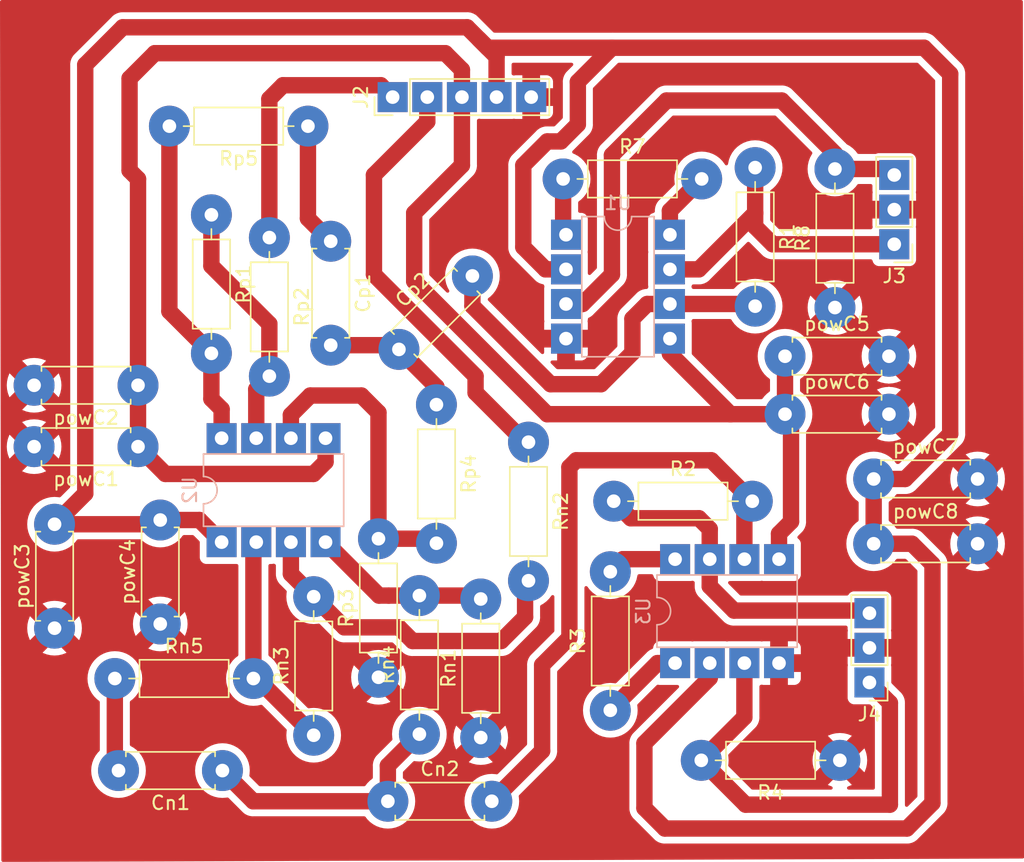
<source format=kicad_pcb>
(kicad_pcb (version 20221018) (generator pcbnew)
  (title_block (title "Double Howland") (company "Kleppinger Industries"))
  (layers (0 "F.Cu" signal) (31 "B.Cu" signal) (34 "B.Paste" user) (35 "F.Paste" user) (36 "B.SilkS" user "B.Silkscreen") (37 "F.SilkS" user "F.Silkscreen") (38 "B.Mask" user) (39 "F.Mask" user) (44 "Edge.Cuts" user))
  (net 0 "")
  (net 1 "Net-(Cn1-Pad1)")
  (net 2 "Net-(Cn1-Pad2)")
  (net 3 "Net-(U3-+IN1)")
  (net 4 "Net-(Cp1-Pad1)")
  (net 5 "Net-(Cp1-Pad2)")
  (net 6 "Net-(U1-+IN1)")
  (net 7 "/-12v")
  (net 8 "GND")
  (net 9 "/+12v")
  (net 10 "/p_inj")
  (net 11 "/n_inj")
  (net 12 "Net-(U3-+Rg)")
  (net 13 "Net-(U3--Rg)")
  (net 14 "/nm")
  (net 15 "Net-(U1-+Rg)")
  (net 16 "Net-(U1--Rg)")
  (net 17 "/pm")
  (net 18 "Net-(U2-+IN2)")
  (net 19 "/nVin")
  (net 20 "Net-(U2--IN2)")
  (net 21 "Net-(U2-Vout2)")
  (net 22 "Net-(U2--IN1)")
  (net 23 "Net-(U2-Vout1)")
  (net 24 "/pVin")
  (net 25 "Net-(U2-+IN1)")
  (footprint "Resistor_THT:R_Axial_DIN0207_L6.3mm_D2.5mm_P7.62mm_Horizontal" (layer "F.Cu") (at 76.54 52.23)
    (fp_text reference "powC8" (at 3.81 -2.37) (layer "F.SilkS"))
    (fp_text value "1n")
    (fp_line (start 0.54 -1.37) (end 7.08 -1.37) (stroke (width 0.12)) (layer "F.SilkS"))
    (fp_line (start 0.54 -1.04) (end 0.54 -1.37) (stroke (width 0.12)) (layer "F.SilkS"))
    (fp_line (start 0.54 1.04) (end 0.54 1.37) (stroke (width 0.12)) (layer "F.SilkS"))
    (fp_line (start 0.54 1.37) (end 7.08 1.37) (stroke (width 0.12)) (layer "F.SilkS"))
    (fp_line (start 7.08 -1.37) (end 7.08 -1.04) (stroke (width 0.12)) (layer "F.SilkS"))
    (fp_line (start 7.08 1.37) (end 7.08 1.04) (stroke (width 0.12)) (layer "F.SilkS"))
    (pad "1" thru_hole circle (at 0 0) (size 3 3) (drill 1) (layers "*.Cu" "*.Mask") (net 9 "/+12v"))
    (pad "2" thru_hole circle (at 7.62 0) (size 3 3) (drill 1) (layers "*.Cu" "*.Mask") (net 8 "GND"))
  )
  (footprint "Resistor_THT:R_Axial_DIN0207_L6.3mm_D2.5mm_P7.62mm_Horizontal" (layer "F.Cu") (at 22.6 45.11 180)
    (fp_text reference "powC1" (at 3.81 -2.37) (layer "F.SilkS"))
    (fp_text value "1u")
    (fp_line (start 0.54 -1.37) (end 7.08 -1.37) (stroke (width 0.12)) (layer "F.SilkS"))
    (fp_line (start 0.54 -1.04) (end 0.54 -1.37) (stroke (width 0.12)) (layer "F.SilkS"))
    (fp_line (start 0.54 1.04) (end 0.54 1.37) (stroke (width 0.12)) (layer "F.SilkS"))
    (fp_line (start 0.54 1.37) (end 7.08 1.37) (stroke (width 0.12)) (layer "F.SilkS"))
    (fp_line (start 7.08 -1.37) (end 7.08 -1.04) (stroke (width 0.12)) (layer "F.SilkS"))
    (fp_line (start 7.08 1.37) (end 7.08 1.04) (stroke (width 0.12)) (layer "F.SilkS"))
    (pad "1" thru_hole circle (at 0 0 180) (size 3 3) (drill 1) (layers "*.Cu" "*.Mask") (net 7 "/-12v"))
    (pad "2" thru_hole circle (at 7.62 0 180) (size 3 3) (drill 1) (layers "*.Cu" "*.Mask") (net 8 "GND"))
  )
  (footprint "Resistor_THT:R_Axial_DIN0207_L6.3mm_D2.5mm_P10.16mm_Horizontal" (layer "F.Cu") (at 51.23 44.78 -90)
    (fp_text reference "Rn2" (at 5.08 -2.37 -270) (layer "F.SilkS"))
    (fp_text value "47k")
    (fp_line (start 1.04 0) (end 1.81 0) (stroke (width 0.12)) (layer "F.SilkS"))
    (fp_line (start 1.81 -1.37) (end 1.81 1.37) (stroke (width 0.12)) (layer "F.SilkS"))
    (fp_line (start 1.81 1.37) (end 8.35 1.37) (stroke (width 0.12)) (layer "F.SilkS"))
    (fp_line (start 8.35 -1.37) (end 1.81 -1.37) (stroke (width 0.12)) (layer "F.SilkS"))
    (fp_line (start 8.35 1.37) (end 8.35 -1.37) (stroke (width 0.12)) (layer "F.SilkS"))
    (fp_line (start 9.12 0) (end 8.35 0) (stroke (width 0.12)) (layer "F.SilkS"))
    (pad "1" thru_hole circle (at 0 0 270) (size 3 3) (drill 1) (layers "*.Cu" "*.Mask") (net 19 "/nVin"))
    (pad "2" thru_hole circle (at 10.16 0 270) (size 3 3) (drill 1) (layers "*.Cu" "*.Mask") (net 20 "Net-(U2--IN2)"))
  )
  (footprint "Resistor_THT:R_Axial_DIN0207_L6.3mm_D2.5mm_P7.62mm_Horizontal" (layer "F.Cu") (at 36.73 30.05 -90)
    (fp_text reference "Cp1" (at 3.81 -2.37 -270) (layer "F.SilkS"))
    (fp_text value "1u")
    (fp_line (start 0.54 -1.37) (end 7.08 -1.37) (stroke (width 0.12)) (layer "F.SilkS"))
    (fp_line (start 0.54 -1.04) (end 0.54 -1.37) (stroke (width 0.12)) (layer "F.SilkS"))
    (fp_line (start 0.54 1.04) (end 0.54 1.37) (stroke (width 0.12)) (layer "F.SilkS"))
    (fp_line (start 0.54 1.37) (end 7.08 1.37) (stroke (width 0.12)) (layer "F.SilkS"))
    (fp_line (start 7.08 -1.37) (end 7.08 -1.04) (stroke (width 0.12)) (layer "F.SilkS"))
    (fp_line (start 7.08 1.37) (end 7.08 1.04) (stroke (width 0.12)) (layer "F.SilkS"))
    (pad "1" thru_hole circle (at 0 0 270) (size 3 3) (drill 1) (layers "*.Cu" "*.Mask") (net 4 "Net-(Cp1-Pad1)"))
    (pad "2" thru_hole circle (at 7.62 0 270) (size 3 3) (drill 1) (layers "*.Cu" "*.Mask") (net 5 "Net-(Cp1-Pad2)"))
  )
  (footprint "Resistor_THT:R_Axial_DIN0207_L6.3mm_D2.5mm_P7.62mm_Horizontal" (layer "F.Cu") (at 40.92 71.11)
    (fp_text reference "Cn2" (at 3.81 -2.37) (layer "F.SilkS"))
    (fp_text value "1u")
    (fp_line (start 0.54 -1.37) (end 7.08 -1.37) (stroke (width 0.12)) (layer "F.SilkS"))
    (fp_line (start 0.54 -1.04) (end 0.54 -1.37) (stroke (width 0.12)) (layer "F.SilkS"))
    (fp_line (start 0.54 1.04) (end 0.54 1.37) (stroke (width 0.12)) (layer "F.SilkS"))
    (fp_line (start 0.54 1.37) (end 7.08 1.37) (stroke (width 0.12)) (layer "F.SilkS"))
    (fp_line (start 7.08 -1.37) (end 7.08 -1.04) (stroke (width 0.12)) (layer "F.SilkS"))
    (fp_line (start 7.08 1.37) (end 7.08 1.04) (stroke (width 0.12)) (layer "F.SilkS"))
    (pad "1" thru_hole circle (at 0 0) (size 3 3) (drill 1) (layers "*.Cu" "*.Mask") (net 1 "Net-(Cn1-Pad1)"))
    (pad "2" thru_hole circle (at 7.62 0) (size 3 3) (drill 1) (layers "*.Cu" "*.Mask") (net 3 "Net-(U3-+IN1)"))
  )
  (footprint "Connector_PinHeader_2.54mm:PinHeader_1x03_P2.54mm_Vertical" (layer "F.Cu") (at 78.05 30.27 180)
    (fp_text reference "J3" (at 0 -2.33) (layer "F.SilkS"))
    (fp_text value "pout")
    (fp_line (start -1.33 -1.33) (end 0 -1.33) (stroke (width 0.12)) (layer "F.SilkS"))
    (fp_line (start -1.33 0) (end -1.33 -1.33) (stroke (width 0.12)) (layer "F.SilkS"))
    (fp_line (start -1.33 1.27) (end -1.33 6.41) (stroke (width 0.12)) (layer "F.SilkS"))
    (fp_line (start -1.33 1.27) (end 1.33 1.27) (stroke (width 0.12)) (layer "F.SilkS"))
    (fp_line (start -1.33 6.41) (end 1.33 6.41) (stroke (width 0.12)) (layer "F.SilkS"))
    (fp_line (start 1.33 1.27) (end 1.33 6.41) (stroke (width 0.12)) (layer "F.SilkS"))
    (pad "1" thru_hole rect (at 0 0 180) (size 2.2 2.2) (drill 1) (layers "*.Cu" "*.Mask") (net 10 "/p_inj"))
    (pad "2" thru_hole rect (at 0 2.54 180) (size 2.2 2.2) (drill 1) (layers "*.Cu" "*.Mask") (net 8 "GND"))
    (pad "3" thru_hole rect (at 0 5.08 180) (size 2.2 2.2) (drill 1) (layers "*.Cu" "*.Mask") (net 17 "/pm"))
  )
  (footprint "Resistor_THT:R_Axial_DIN0207_L6.3mm_D2.5mm_P10.16mm_Horizontal" (layer "F.Cu") (at 44.48 42.03 -90)
    (fp_text reference "Rp4" (at 5.08 -2.37 -270) (layer "F.SilkS"))
    (fp_text value "47k")
    (fp_line (start 1.04 0) (end 1.81 0) (stroke (width 0.12)) (layer "F.SilkS"))
    (fp_line (start 1.81 -1.37) (end 1.81 1.37) (stroke (width 0.12)) (layer "F.SilkS"))
    (fp_line (start 1.81 1.37) (end 8.35 1.37) (stroke (width 0.12)) (layer "F.SilkS"))
    (fp_line (start 8.35 -1.37) (end 1.81 -1.37) (stroke (width 0.12)) (layer "F.SilkS"))
    (fp_line (start 8.35 1.37) (end 8.35 -1.37) (stroke (width 0.12)) (layer "F.SilkS"))
    (fp_line (start 9.12 0) (end 8.35 0) (stroke (width 0.12)) (layer "F.SilkS"))
    (pad "1" thru_hole circle (at 0 0 270) (size 3 3) (drill 1) (layers "*.Cu" "*.Mask") (net 5 "Net-(Cp1-Pad2)"))
    (pad "2" thru_hole circle (at 10.16 0 270) (size 3 3) (drill 1) (layers "*.Cu" "*.Mask") (net 25 "Net-(U2-+IN1)"))
  )
  (footprint "Resistor_THT:R_Axial_DIN0207_L6.3mm_D2.5mm_P7.62mm_Horizontal" (layer "F.Cu") (at 16.48 58.42 90)
    (fp_text reference "powC3" (at 3.81 -2.37 90) (layer "F.SilkS"))
    (fp_text value "1u")
    (fp_line (start 0.54 -1.37) (end 7.08 -1.37) (stroke (width 0.12)) (layer "F.SilkS"))
    (fp_line (start 0.54 -1.04) (end 0.54 -1.37) (stroke (width 0.12)) (layer "F.SilkS"))
    (fp_line (start 0.54 1.04) (end 0.54 1.37) (stroke (width 0.12)) (layer "F.SilkS"))
    (fp_line (start 0.54 1.37) (end 7.08 1.37) (stroke (width 0.12)) (layer "F.SilkS"))
    (fp_line (start 7.08 -1.37) (end 7.08 -1.04) (stroke (width 0.12)) (layer "F.SilkS"))
    (fp_line (start 7.08 1.37) (end 7.08 1.04) (stroke (width 0.12)) (layer "F.SilkS"))
    (pad "1" thru_hole circle (at 0 0 90) (size 3 3) (drill 1) (layers "*.Cu" "*.Mask") (net 8 "GND"))
    (pad "2" thru_hole circle (at 7.62 0 90) (size 3 3) (drill 1) (layers "*.Cu" "*.Mask") (net 9 "/+12v"))
  )
  (footprint "Resistor_THT:R_Axial_DIN0207_L6.3mm_D2.5mm_P10.16mm_Horizontal" (layer "F.Cu") (at 57.23 64.44 90)
    (fp_text reference "R3" (at 5.08 -2.37 90) (layer "F.SilkS"))
    (fp_text value "10k")
    (fp_line (start 1.04 0) (end 1.81 0) (stroke (width 0.12)) (layer "F.SilkS"))
    (fp_line (start 1.81 -1.37) (end 1.81 1.37) (stroke (width 0.12)) (layer "F.SilkS"))
    (fp_line (start 1.81 1.37) (end 8.35 1.37) (stroke (width 0.12)) (layer "F.SilkS"))
    (fp_line (start 8.35 -1.37) (end 1.81 -1.37) (stroke (width 0.12)) (layer "F.SilkS"))
    (fp_line (start 8.35 1.37) (end 8.35 -1.37) (stroke (width 0.12)) (layer "F.SilkS"))
    (fp_line (start 9.12 0) (end 8.35 0) (stroke (width 0.12)) (layer "F.SilkS"))
    (pad "1" thru_hole circle (at 0 0 90) (size 3 3) (drill 1) (layers "*.Cu" "*.Mask") (net 12 "Net-(U3-+Rg)"))
    (pad "2" thru_hole circle (at 10.16 0 90) (size 3 3) (drill 1) (layers "*.Cu" "*.Mask") (net 13 "Net-(U3--Rg)"))
  )
  (footprint "Resistor_THT:R_Axial_DIN0207_L6.3mm_D2.5mm_P10.16mm_Horizontal" (layer "F.Cu") (at 53.77 25.48)
    (fp_text reference "R7" (at 5.08 -2.37) (layer "F.SilkS"))
    (fp_text value "10k")
    (fp_line (start 1.04 0) (end 1.81 0) (stroke (width 0.12)) (layer "F.SilkS"))
    (fp_line (start 1.81 -1.37) (end 1.81 1.37) (stroke (width 0.12)) (layer "F.SilkS"))
    (fp_line (start 1.81 1.37) (end 8.35 1.37) (stroke (width 0.12)) (layer "F.SilkS"))
    (fp_line (start 8.35 -1.37) (end 1.81 -1.37) (stroke (width 0.12)) (layer "F.SilkS"))
    (fp_line (start 8.35 1.37) (end 8.35 -1.37) (stroke (width 0.12)) (layer "F.SilkS"))
    (fp_line (start 9.12 0) (end 8.35 0) (stroke (width 0.12)) (layer "F.SilkS"))
    (pad "1" thru_hole circle (at 0 0) (size 3 3) (drill 1) (layers "*.Cu" "*.Mask") (net 15 "Net-(U1-+Rg)"))
    (pad "2" thru_hole circle (at 10.16 0) (size 3 3) (drill 1) (layers "*.Cu" "*.Mask") (net 16 "Net-(U1--Rg)"))
  )
  (footprint "Connector_PinHeader_2.54mm:PinHeader_1x03_P2.54mm_Vertical" (layer "F.Cu") (at 76.23 62.4 180)
    (fp_text reference "J4" (at 0 -2.33) (layer "F.SilkS"))
    (fp_text value "nout")
    (fp_line (start -1.33 -1.33) (end 0 -1.33) (stroke (width 0.12)) (layer "F.SilkS"))
    (fp_line (start -1.33 0) (end -1.33 -1.33) (stroke (width 0.12)) (layer "F.SilkS"))
    (fp_line (start -1.33 1.27) (end -1.33 6.41) (stroke (width 0.12)) (layer "F.SilkS"))
    (fp_line (start -1.33 1.27) (end 1.33 1.27) (stroke (width 0.12)) (layer "F.SilkS"))
    (fp_line (start -1.33 6.41) (end 1.33 6.41) (stroke (width 0.12)) (layer "F.SilkS"))
    (fp_line (start 1.33 1.27) (end 1.33 6.41) (stroke (width 0.12)) (layer "F.SilkS"))
    (pad "1" thru_hole rect (at 0 0 180) (size 2.2 2.2) (drill 1) (layers "*.Cu" "*.Mask") (net 14 "/nm"))
    (pad "2" thru_hole rect (at 0 2.54 180) (size 2.2 2.2) (drill 1) (layers "*.Cu" "*.Mask") (net 8 "GND"))
    (pad "3" thru_hole rect (at 0 5.08 180) (size 2.2 2.2) (drill 1) (layers "*.Cu" "*.Mask") (net 11 "/n_inj"))
  )
  (footprint "Resistor_THT:R_Axial_DIN0207_L6.3mm_D2.5mm_P7.62mm_Horizontal" (layer "F.Cu") (at 24.23 58.11 90)
    (fp_text reference "powC4" (at 3.81 -2.37 90) (layer "F.SilkS"))
    (fp_text value "1n")
    (fp_line (start 0.54 -1.37) (end 7.08 -1.37) (stroke (width 0.12)) (layer "F.SilkS"))
    (fp_line (start 0.54 -1.04) (end 0.54 -1.37) (stroke (width 0.12)) (layer "F.SilkS"))
    (fp_line (start 0.54 1.04) (end 0.54 1.37) (stroke (width 0.12)) (layer "F.SilkS"))
    (fp_line (start 0.54 1.37) (end 7.08 1.37) (stroke (width 0.12)) (layer "F.SilkS"))
    (fp_line (start 7.08 -1.37) (end 7.08 -1.04) (stroke (width 0.12)) (layer "F.SilkS"))
    (fp_line (start 7.08 1.37) (end 7.08 1.04) (stroke (width 0.12)) (layer "F.SilkS"))
    (pad "1" thru_hole circle (at 0 0 90) (size 3 3) (drill 1) (layers "*.Cu" "*.Mask") (net 8 "GND"))
    (pad "2" thru_hole circle (at 7.62 0 90) (size 3 3) (drill 1) (layers "*.Cu" "*.Mask") (net 9 "/+12v"))
  )
  (footprint "Resistor_THT:R_Axial_DIN0207_L6.3mm_D2.5mm_P10.16mm_Horizontal" (layer "F.Cu") (at 40.23 62.02 90)
    (fp_text reference "Rp3" (at 5.08 -2.37 90) (layer "F.SilkS"))
    (fp_text value "47k")
    (fp_line (start 1.04 0) (end 1.81 0) (stroke (width 0.12)) (layer "F.SilkS"))
    (fp_line (start 1.81 -1.37) (end 1.81 1.37) (stroke (width 0.12)) (layer "F.SilkS"))
    (fp_line (start 1.81 1.37) (end 8.35 1.37) (stroke (width 0.12)) (layer "F.SilkS"))
    (fp_line (start 8.35 -1.37) (end 1.81 -1.37) (stroke (width 0.12)) (layer "F.SilkS"))
    (fp_line (start 8.35 1.37) (end 8.35 -1.37) (stroke (width 0.12)) (layer "F.SilkS"))
    (fp_line (start 9.12 0) (end 8.35 0) (stroke (width 0.12)) (layer "F.SilkS"))
    (pad "1" thru_hole circle (at 0 0 90) (size 3 3) (drill 1) (layers "*.Cu" "*.Mask") (net 8 "GND"))
    (pad "2" thru_hole circle (at 10.16 0 90) (size 3 3) (drill 1) (layers "*.Cu" "*.Mask") (net 25 "Net-(U2-+IN1)"))
  )
  (footprint "Resistor_THT:R_Axial_DIN0207_L6.3mm_D2.5mm_P10.16mm_Horizontal" (layer "F.Cu") (at 43.23 66.19 90)
    (fp_text reference "Rn4" (at 5.08 -2.37 90) (layer "F.SilkS"))
    (fp_text value "47k")
    (fp_line (start 1.04 0) (end 1.81 0) (stroke (width 0.12)) (layer "F.SilkS"))
    (fp_line (start 1.81 -1.37) (end 1.81 1.37) (stroke (width 0.12)) (layer "F.SilkS"))
    (fp_line (start 1.81 1.37) (end 8.35 1.37) (stroke (width 0.12)) (layer "F.SilkS"))
    (fp_line (start 8.35 -1.37) (end 1.81 -1.37) (stroke (width 0.12)) (layer "F.SilkS"))
    (fp_line (start 8.35 1.37) (end 8.35 -1.37) (stroke (width 0.12)) (layer "F.SilkS"))
    (fp_line (start 9.12 0) (end 8.35 0) (stroke (width 0.12)) (layer "F.SilkS"))
    (pad "1" thru_hole circle (at 0 0 90) (size 3 3) (drill 1) (layers "*.Cu" "*.Mask") (net 1 "Net-(Cn1-Pad1)"))
    (pad "2" thru_hole circle (at 10.16 0 90) (size 3 3) (drill 1) (layers "*.Cu" "*.Mask") (net 18 "Net-(U2-+IN2)"))
  )
  (footprint "Resistor_THT:R_Axial_DIN0207_L6.3mm_D2.5mm_P10.16mm_Horizontal" (layer "F.Cu") (at 20.9 62.11)
    (fp_text reference "Rn5" (at 5.08 -2.37) (layer "F.SilkS"))
    (fp_text value "1k")
    (fp_line (start 1.04 0) (end 1.81 0) (stroke (width 0.12)) (layer "F.SilkS"))
    (fp_line (start 1.81 -1.37) (end 1.81 1.37) (stroke (width 0.12)) (layer "F.SilkS"))
    (fp_line (start 1.81 1.37) (end 8.35 1.37) (stroke (width 0.12)) (layer "F.SilkS"))
    (fp_line (start 8.35 -1.37) (end 1.81 -1.37) (stroke (width 0.12)) (layer "F.SilkS"))
    (fp_line (start 8.35 1.37) (end 8.35 -1.37) (stroke (width 0.12)) (layer "F.SilkS"))
    (fp_line (start 9.12 0) (end 8.35 0) (stroke (width 0.12)) (layer "F.SilkS"))
    (pad "1" thru_hole circle (at 0 0) (size 3 3) (drill 1) (layers "*.Cu" "*.Mask") (net 2 "Net-(Cn1-Pad2)"))
    (pad "2" thru_hole circle (at 10.16 0) (size 3 3) (drill 1) (layers "*.Cu" "*.Mask") (net 21 "Net-(U2-Vout2)"))
  )
  (footprint "Connector_PinHeader_2.54mm:PinHeader_1x05_P2.54mm_Vertical" (layer "F.Cu") (at 41.27 19.48 90)
    (fp_text reference "J2" (at 0 -2.33 90) (layer "F.SilkS"))
    (fp_text value "Conn_01x05_Pin")
    (fp_line (start -1.33 -1.33) (end 0 -1.33) (stroke (width 0.12)) (layer "F.SilkS"))
    (fp_line (start -1.33 0) (end -1.33 -1.33) (stroke (width 0.12)) (layer "F.SilkS"))
    (fp_line (start -1.33 1.27) (end -1.33 11.49) (stroke (width 0.12)) (layer "F.SilkS"))
    (fp_line (start -1.33 1.27) (end 1.33 1.27) (stroke (width 0.12)) (layer "F.SilkS"))
    (fp_line (start -1.33 11.49) (end 1.33 11.49) (stroke (width 0.12)) (layer "F.SilkS"))
    (fp_line (start 1.33 1.27) (end 1.33 11.49) (stroke (width 0.12)) (layer "F.SilkS"))
    (pad "1" thru_hole rect (at 0 0 90) (size 2.2 2.2) (drill 1) (layers "*.Cu" "*.Mask") (net 24 "/pVin"))
    (pad "2" thru_hole rect (at 0 2.54 90) (size 2.2 2.2) (drill 1) (layers "*.Cu" "*.Mask") (net 19 "/nVin"))
    (pad "3" thru_hole rect (at 0 5.08 90) (size 2.2 2.2) (drill 1) (layers "*.Cu" "*.Mask") (net 7 "/-12v"))
    (pad "4" thru_hole rect (at 0 7.62 90) (size 2.2 2.2) (drill 1) (layers "*.Cu" "*.Mask") (net 9 "/+12v"))
    (pad "5" thru_hole rect (at 0 10.16 90) (size 2.2 2.2) (drill 1) (layers "*.Cu" "*.Mask") (net 8 "GND"))
  )
  (footprint "Resistor_THT:R_Axial_DIN0207_L6.3mm_D2.5mm_P7.62mm_Horizontal" (layer "F.Cu") (at 22.6 40.61 180)
    (fp_text reference "powC2" (at 3.81 -2.37) (layer "F.SilkS"))
    (fp_text value "1n")
    (fp_line (start 0.54 -1.37) (end 7.08 -1.37) (stroke (width 0.12)) (layer "F.SilkS"))
    (fp_line (start 0.54 -1.04) (end 0.54 -1.37) (stroke (width 0.12)) (layer "F.SilkS"))
    (fp_line (start 0.54 1.04) (end 0.54 1.37) (stroke (width 0.12)) (layer "F.SilkS"))
    (fp_line (start 0.54 1.37) (end 7.08 1.37) (stroke (width 0.12)) (layer "F.SilkS"))
    (fp_line (start 7.08 -1.37) (end 7.08 -1.04) (stroke (width 0.12)) (layer "F.SilkS"))
    (fp_line (start 7.08 1.37) (end 7.08 1.04) (stroke (width 0.12)) (layer "F.SilkS"))
    (pad "1" thru_hole circle (at 0 0 180) (size 3 3) (drill 1) (layers "*.Cu" "*.Mask") (net 7 "/-12v"))
    (pad "2" thru_hole circle (at 7.62 0 180) (size 3 3) (drill 1) (layers "*.Cu" "*.Mask") (net 8 "GND"))
  )
  (footprint "Resistor_THT:R_Axial_DIN0207_L6.3mm_D2.5mm_P10.16mm_Horizontal" (layer "F.Cu") (at 35.06 21.61 180)
    (fp_text reference "Rp5" (at 5.08 -2.37) (layer "F.SilkS"))
    (fp_text value "1k")
    (fp_line (start 1.04 0) (end 1.81 0) (stroke (width 0.12)) (layer "F.SilkS"))
    (fp_line (start 1.81 -1.37) (end 1.81 1.37) (stroke (width 0.12)) (layer "F.SilkS"))
    (fp_line (start 1.81 1.37) (end 8.35 1.37) (stroke (width 0.12)) (layer "F.SilkS"))
    (fp_line (start 8.35 -1.37) (end 1.81 -1.37) (stroke (width 0.12)) (layer "F.SilkS"))
    (fp_line (start 8.35 1.37) (end 8.35 -1.37) (stroke (width 0.12)) (layer "F.SilkS"))
    (fp_line (start 9.12 0) (end 8.35 0) (stroke (width 0.12)) (layer "F.SilkS"))
    (pad "1" thru_hole circle (at 0 0 180) (size 3 3) (drill 1) (layers "*.Cu" "*.Mask") (net 4 "Net-(Cp1-Pad1)"))
    (pad "2" thru_hole circle (at 10.16 0 180) (size 3 3) (drill 1) (layers "*.Cu" "*.Mask") (net 23 "Net-(U2-Vout1)"))
  )
  (footprint "Resistor_THT:R_Axial_DIN0207_L6.3mm_D2.5mm_P10.16mm_Horizontal" (layer "F.Cu") (at 35.48 66.27 90)
    (fp_text reference "Rn3" (at 5.08 -2.37 90) (layer "F.SilkS"))
    (fp_text value "47k")
    (fp_line (start 1.04 0) (end 1.81 0) (stroke (width 0.12)) (layer "F.SilkS"))
    (fp_line (start 1.81 -1.37) (end 1.81 1.37) (stroke (width 0.12)) (layer "F.SilkS"))
    (fp_line (start 1.81 1.37) (end 8.35 1.37) (stroke (width 0.12)) (layer "F.SilkS"))
    (fp_line (start 8.35 -1.37) (end 1.81 -1.37) (stroke (width 0.12)) (layer "F.SilkS"))
    (fp_line (start 8.35 1.37) (end 8.35 -1.37) (stroke (width 0.12)) (layer "F.SilkS"))
    (fp_line (start 9.12 0) (end 8.35 0) (stroke (width 0.12)) (layer "F.SilkS"))
    (pad "1" thru_hole circle (at 0 0 90) (size 3 3) (drill 1) (layers "*.Cu" "*.Mask") (net 21 "Net-(U2-Vout2)"))
    (pad "2" thru_hole circle (at 10.16 0 90) (size 3 3) (drill 1) (layers "*.Cu" "*.Mask") (net 20 "Net-(U2--IN2)"))
  )
  (footprint "Resistor_THT:R_Axial_DIN0207_L6.3mm_D2.5mm_P7.62mm_Horizontal" (layer "F.Cu") (at 76.54 47.48)
    (fp_text reference "powC7" (at 3.81 -2.37) (layer "F.SilkS"))
    (fp_text value "1u")
    (fp_line (start 0.54 -1.37) (end 7.08 -1.37) (stroke (width 0.12)) (layer "F.SilkS"))
    (fp_line (start 0.54 -1.04) (end 0.54 -1.37) (stroke (width 0.12)) (layer "F.SilkS"))
    (fp_line (start 0.54 1.04) (end 0.54 1.37) (stroke (width 0.12)) (layer "F.SilkS"))
    (fp_line (start 0.54 1.37) (end 7.08 1.37) (stroke (width 0.12)) (layer "F.SilkS"))
    (fp_line (start 7.08 -1.37) (end 7.08 -1.04) (stroke (width 0.12)) (layer "F.SilkS"))
    (fp_line (start 7.08 1.37) (end 7.08 1.04) (stroke (width 0.12)) (layer "F.SilkS"))
    (pad "1" thru_hole circle (at 0 0) (size 3 3) (drill 1) (layers "*.Cu" "*.Mask") (net 9 "/+12v"))
    (pad "2" thru_hole circle (at 7.62 0) (size 3 3) (drill 1) (layers "*.Cu" "*.Mask") (net 8 "GND"))
  )
  (footprint "Resistor_THT:R_Axial_DIN0207_L6.3mm_D2.5mm_P7.62mm_Horizontal" (layer "F.Cu") (at 70.04 42.73)
    (fp_text reference "powC6" (at 3.81 -2.37) (layer "F.SilkS"))
    (fp_text value "1n")
    (fp_line (start 0.54 -1.37) (end 7.08 -1.37) (stroke (width 0.12)) (layer "F.SilkS"))
    (fp_line (start 0.54 -1.04) (end 0.54 -1.37) (stroke (width 0.12)) (layer "F.SilkS"))
    (fp_line (start 0.54 1.04) (end 0.54 1.37) (stroke (width 0.12)) (layer "F.SilkS"))
    (fp_line (start 0.54 1.37) (end 7.08 1.37) (stroke (width 0.12)) (layer "F.SilkS"))
    (fp_line (start 7.08 -1.37) (end 7.08 -1.04) (stroke (width 0.12)) (layer "F.SilkS"))
    (fp_line (start 7.08 1.37) (end 7.08 1.04) (stroke (width 0.12)) (layer "F.SilkS"))
    (pad "1" thru_hole circle (at 0 0) (size 3 3) (drill 1) (layers "*.Cu" "*.Mask") (net 7 "/-12v"))
    (pad "2" thru_hole circle (at 7.62 0) (size 3 3) (drill 1) (layers "*.Cu" "*.Mask") (net 8 "GND"))
  )
  (footprint "Resistor_THT:R_Axial_DIN0207_L6.3mm_D2.5mm_P10.16mm_Horizontal" (layer "F.Cu") (at 67.85 24.65 -90)
    (fp_text reference "R1" (at 5.08 -2.37 -270) (layer "F.SilkS"))
    (fp_text value "10")
    (fp_line (start 1.04 0) (end 1.81 0) (stroke (width 0.12)) (layer "F.SilkS"))
    (fp_line (start 1.81 -1.37) (end 1.81 1.37) (stroke (width 0.12)) (layer "F.SilkS"))
    (fp_line (start 1.81 1.37) (end 8.35 1.37) (stroke (width 0.12)) (layer "F.SilkS"))
    (fp_line (start 8.35 -1.37) (end 1.81 -1.37) (stroke (width 0.12)) (layer "F.SilkS"))
    (fp_line (start 8.35 1.37) (end 8.35 -1.37) (stroke (width 0.12)) (layer "F.SilkS"))
    (fp_line (start 9.12 0) (end 8.35 0) (stroke (width 0.12)) (layer "F.SilkS"))
    (pad "1" thru_hole circle (at 0 0 270) (size 3 3) (drill 1) (layers "*.Cu" "*.Mask") (net 10 "/p_inj"))
    (pad "2" thru_hole circle (at 10.16 0 270) (size 3 3) (drill 1) (layers "*.Cu" "*.Mask") (net 6 "Net-(U1-+IN1)"))
  )
  (footprint "Resistor_THT:R_Axial_DIN0207_L6.3mm_D2.5mm_P7.62mm_Horizontal" (layer "F.Cu") (at 70.04 38.48)
    (fp_text reference "powC5" (at 3.81 -2.37) (layer "F.SilkS"))
    (fp_text value "1u")
    (fp_line (start 0.54 -1.37) (end 7.08 -1.37) (stroke (width 0.12)) (layer "F.SilkS"))
    (fp_line (start 0.54 -1.04) (end 0.54 -1.37) (stroke (width 0.12)) (layer "F.SilkS"))
    (fp_line (start 0.54 1.04) (end 0.54 1.37) (stroke (width 0.12)) (layer "F.SilkS"))
    (fp_line (start 0.54 1.37) (end 7.08 1.37) (stroke (width 0.12)) (layer "F.SilkS"))
    (fp_line (start 7.08 -1.37) (end 7.08 -1.04) (stroke (width 0.12)) (layer "F.SilkS"))
    (fp_line (start 7.08 1.37) (end 7.08 1.04) (stroke (width 0.12)) (layer "F.SilkS"))
    (pad "1" thru_hole circle (at 0 0) (size 3 3) (drill 1) (layers "*.Cu" "*.Mask") (net 7 "/-12v"))
    (pad "2" thru_hole circle (at 7.62 0) (size 3 3) (drill 1) (layers "*.Cu" "*.Mask") (net 8 "GND"))
  )
  (footprint "Resistor_THT:R_Axial_DIN0207_L6.3mm_D2.5mm_P10.16mm_Horizontal" (layer "F.Cu") (at 27.98 28.11 -90)
    (fp_text reference "Rp1" (at 5.08 -2.37 -270) (layer "F.SilkS"))
    (fp_text value "47k")
    (fp_line (start 1.04 0) (end 1.81 0) (stroke (width 0.12)) (layer "F.SilkS"))
    (fp_line (start 1.81 -1.37) (end 1.81 1.37) (stroke (width 0.12)) (layer "F.SilkS"))
    (fp_line (start 1.81 1.37) (end 8.35 1.37) (stroke (width 0.12)) (layer "F.SilkS"))
    (fp_line (start 8.35 -1.37) (end 1.81 -1.37) (stroke (width 0.12)) (layer "F.SilkS"))
    (fp_line (start 8.35 1.37) (end 8.35 -1.37) (stroke (width 0.12)) (layer "F.SilkS"))
    (fp_line (start 9.12 0) (end 8.35 0) (stroke (width 0.12)) (layer "F.SilkS"))
    (pad "1" thru_hole circle (at 0 0 270) (size 3 3) (drill 1) (layers "*.Cu" "*.Mask") (net 22 "Net-(U2--IN1)"))
    (pad "2" thru_hole circle (at 10.16 0 270) (size 3 3) (drill 1) (layers "*.Cu" "*.Mask") (net 23 "Net-(U2-Vout1)"))
  )
  (footprint "Resistor_THT:R_Axial_DIN0207_L6.3mm_D2.5mm_P10.16mm_Horizontal" (layer "F.Cu") (at 74.06 68.11 180)
    (fp_text reference "R4" (at 5.08 -2.37) (layer "F.SilkS"))
    (fp_text value "1k")
    (fp_line (start 1.04 0) (end 1.81 0) (stroke (width 0.12)) (layer "F.SilkS"))
    (fp_line (start 1.81 -1.37) (end 1.81 1.37) (stroke (width 0.12)) (layer "F.SilkS"))
    (fp_line (start 1.81 1.37) (end 8.35 1.37) (stroke (width 0.12)) (layer "F.SilkS"))
    (fp_line (start 8.35 -1.37) (end 1.81 -1.37) (stroke (width 0.12)) (layer "F.SilkS"))
    (fp_line (start 8.35 1.37) (end 8.35 -1.37) (stroke (width 0.12)) (layer "F.SilkS"))
    (fp_line (start 9.12 0) (end 8.35 0) (stroke (width 0.12)) (layer "F.SilkS"))
    (pad "1" thru_hole circle (at 0 0 180) (size 3 3) (drill 1) (layers "*.Cu" "*.Mask") (net 8 "GND"))
    (pad "2" thru_hole circle (at 10.16 0 180) (size 3 3) (drill 1) (layers "*.Cu" "*.Mask") (net 14 "/nm"))
  )
  (footprint "Resistor_THT:R_Axial_DIN0207_L6.3mm_D2.5mm_P10.16mm_Horizontal" (layer "F.Cu") (at 47.73 66.44 90)
    (fp_text reference "Rn1" (at 5.08 -2.37 90) (layer "F.SilkS"))
    (fp_text value "47k")
    (fp_line (start 1.04 0) (end 1.81 0) (stroke (width 0.12)) (layer "F.SilkS"))
    (fp_line (start 1.81 -1.37) (end 1.81 1.37) (stroke (width 0.12)) (layer "F.SilkS"))
    (fp_line (start 1.81 1.37) (end 8.35 1.37) (stroke (width 0.12)) (layer "F.SilkS"))
    (fp_line (start 8.35 -1.37) (end 1.81 -1.37) (stroke (width 0.12)) (layer "F.SilkS"))
    (fp_line (start 8.35 1.37) (end 8.35 -1.37) (stroke (width 0.12)) (layer "F.SilkS"))
    (fp_line (start 9.12 0) (end 8.35 0) (stroke (width 0.12)) (layer "F.SilkS"))
    (pad "1" thru_hole circle (at 0 0 90) (size 3 3) (drill 1) (layers "*.Cu" "*.Mask") (net 8 "GND"))
    (pad "2" thru_hole circle (at 10.16 0 90) (size 3 3) (drill 1) (layers "*.Cu" "*.Mask") (net 18 "Net-(U2-+IN2)"))
  )
  (footprint "Resistor_THT:R_Axial_DIN0207_L6.3mm_D2.5mm_P7.62mm_Horizontal" (layer "F.Cu") (at 41.73 37.98 45)
    (fp_text reference "Cp2" (at 3.81 -2.37 45) (layer "F.SilkS"))
    (fp_text value "1u")
    (fp_line (start 0.54 -1.37) (end 7.08 -1.37) (stroke (width 0.12)) (layer "F.SilkS"))
    (fp_line (start 0.54 -1.04) (end 0.54 -1.37) (stroke (width 0.12)) (layer "F.SilkS"))
    (fp_line (start 0.54 1.04) (end 0.54 1.37) (stroke (width 0.12)) (layer "F.SilkS"))
    (fp_line (start 0.54 1.37) (end 7.08 1.37) (stroke (width 0.12)) (layer "F.SilkS"))
    (fp_line (start 7.08 -1.37) (end 7.08 -1.04) (stroke (width 0.12)) (layer "F.SilkS"))
    (fp_line (start 7.08 1.37) (end 7.08 1.04) (stroke (width 0.12)) (layer "F.SilkS"))
    (pad "1" thru_hole circle (at 0 0 45) (size 3 3) (drill 1) (layers "*.Cu" "*.Mask") (net 5 "Net-(Cp1-Pad2)"))
    (pad "2" thru_hole circle (at 7.62 0 45) (size 3 3) (drill 1) (layers "*.Cu" "*.Mask") (net 6 "Net-(U1-+IN1)"))
  )
  (footprint "Resistor_THT:R_Axial_DIN0207_L6.3mm_D2.5mm_P7.62mm_Horizontal" (layer "F.Cu") (at 28.79 68.86 180)
    (fp_text reference "Cn1" (at 3.81 -2.37) (layer "F.SilkS"))
    (fp_text value "1u")
    (fp_line (start 0.54 -1.37) (end 7.08 -1.37) (stroke (width 0.12)) (layer "F.SilkS"))
    (fp_line (start 0.54 -1.04) (end 0.54 -1.37) (stroke (width 0.12)) (layer "F.SilkS"))
    (fp_line (start 0.54 1.04) (end 0.54 1.37) (stroke (width 0.12)) (layer "F.SilkS"))
    (fp_line (start 0.54 1.37) (end 7.08 1.37) (stroke (width 0.12)) (layer "F.SilkS"))
    (fp_line (start 7.08 -1.37) (end 7.08 -1.04) (stroke (width 0.12)) (layer "F.SilkS"))
    (fp_line (start 7.08 1.37) (end 7.08 1.04) (stroke (width 0.12)) (layer "F.SilkS"))
    (pad "1" thru_hole circle (at 0 0 180) (size 3 3) (drill 1) (layers "*.Cu" "*.Mask") (net 1 "Net-(Cn1-Pad1)"))
    (pad "2" thru_hole circle (at 7.62 0 180) (size 3 3) (drill 1) (layers "*.Cu" "*.Mask") (net 2 "Net-(Cn1-Pad2)"))
  )
  (footprint "Resistor_THT:R_Axial_DIN0207_L6.3mm_D2.5mm_P10.16mm_Horizontal" (layer "F.Cu") (at 57.48 49.11)
    (fp_text reference "R2" (at 5.08 -2.37) (layer "F.SilkS"))
    (fp_text value "10")
    (fp_line (start 1.04 0) (end 1.81 0) (stroke (width 0.12)) (layer "F.SilkS"))
    (fp_line (start 1.81 -1.37) (end 1.81 1.37) (stroke (width 0.12)) (layer "F.SilkS"))
    (fp_line (start 1.81 1.37) (end 8.35 1.37) (stroke (width 0.12)) (layer "F.SilkS"))
    (fp_line (start 8.35 -1.37) (end 1.81 -1.37) (stroke (width 0.12)) (layer "F.SilkS"))
    (fp_line (start 8.35 1.37) (end 8.35 -1.37) (stroke (width 0.12)) (layer "F.SilkS"))
    (fp_line (start 9.12 0) (end 8.35 0) (stroke (width 0.12)) (layer "F.SilkS"))
    (pad "1" thru_hole circle (at 0 0) (size 3 3) (drill 1) (layers "*.Cu" "*.Mask") (net 11 "/n_inj"))
    (pad "2" thru_hole circle (at 10.16 0) (size 3 3) (drill 1) (layers "*.Cu" "*.Mask") (net 3 "Net-(U3-+IN1)"))
  )
  (footprint "Resistor_THT:R_Axial_DIN0207_L6.3mm_D2.5mm_P10.16mm_Horizontal" (layer "F.Cu") (at 32.23 29.78 -90)
    (fp_text reference "Rp2" (at 5.08 -2.37 -270) (layer "F.SilkS"))
    (fp_text value "47k")
    (fp_line (start 1.04 0) (end 1.81 0) (stroke (width 0.12)) (layer "F.SilkS"))
    (fp_line (start 1.81 -1.37) (end 1.81 1.37) (stroke (width 0.12)) (layer "F.SilkS"))
    (fp_line (start 1.81 1.37) (end 8.35 1.37) (stroke (width 0.12)) (layer "F.SilkS"))
    (fp_line (start 8.35 -1.37) (end 1.81 -1.37) (stroke (width 0.12)) (layer "F.SilkS"))
    (fp_line (start 8.35 1.37) (end 8.35 -1.37) (stroke (width 0.12)) (layer "F.SilkS"))
    (fp_line (start 9.12 0) (end 8.35 0) (stroke (width 0.12)) (layer "F.SilkS"))
    (pad "1" thru_hole circle (at 0 0 270) (size 3 3) (drill 1) (layers "*.Cu" "*.Mask") (net 24 "/pVin"))
    (pad "2" thru_hole circle (at 10.16 0 270) (size 3 3) (drill 1) (layers "*.Cu" "*.Mask") (net 22 "Net-(U2--IN1)"))
  )
  (footprint "Resistor_THT:R_Axial_DIN0207_L6.3mm_D2.5mm_P10.16mm_Horizontal" (layer "F.Cu") (at 73.7 34.91 90)
    (fp_text reference "R8" (at 5.08 -2.37 90) (layer "F.SilkS"))
    (fp_text value "1k")
    (fp_line (start 1.04 0) (end 1.81 0) (stroke (width 0.12)) (layer "F.SilkS"))
    (fp_line (start 1.81 -1.37) (end 1.81 1.37) (stroke (width 0.12)) (layer "F.SilkS"))
    (fp_line (start 1.81 1.37) (end 8.35 1.37) (stroke (width 0.12)) (layer "F.SilkS"))
    (fp_line (start 8.35 -1.37) (end 1.81 -1.37) (stroke (width 0.12)) (layer "F.SilkS"))
    (fp_line (start 8.35 1.37) (end 8.35 -1.37) (stroke (width 0.12)) (layer "F.SilkS"))
    (fp_line (start 9.12 0) (end 8.35 0) (stroke (width 0.12)) (layer "F.SilkS"))
    (pad "1" thru_hole circle (at 0 0 90) (size 3 3) (drill 1) (layers "*.Cu" "*.Mask") (net 8 "GND"))
    (pad "2" thru_hole circle (at 10.16 0 90) (size 3 3) (drill 1) (layers "*.Cu" "*.Mask") (net 17 "/pm"))
  )
  (footprint "Package_DIP:DIP-8_W7.62mm" (layer "B.Cu") (at 28.73 44.49 -90)
    (fp_text reference "U2" (at 3.81 2.33 -270) (layer "B.SilkS") (effects (justify mirror)))
    (fp_text value "AD8066_SOIC")
    (fp_line (start 1.16 -8.95) (end 6.46 -8.95) (stroke (width 0.12)) (layer "B.SilkS"))
    (fp_line (start 1.16 1.33) (end 1.16 -8.95) (stroke (width 0.12)) (layer "B.SilkS"))
    (fp_line (start 2.81 1.33) (end 1.16 1.33) (stroke (width 0.12)) (layer "B.SilkS"))
    (fp_line (start 6.46 -8.95) (end 6.46 1.33) (stroke (width 0.12)) (layer "B.SilkS"))
    (fp_line (start 6.46 1.33) (end 4.81 1.33) (stroke (width 0.12)) (layer "B.SilkS"))
    (fp_arc (start 2.81 1.33) (mid 3.81 0.33) (end 4.81 1.33) (stroke (width 0.12)) (layer "B.SilkS"))
    (pad "1" thru_hole rect (at 0 0 270) (size 2.2 2.2) (drill 1) (layers "*.Cu" "*.Mask") (net 23 "Net-(U2-Vout1)"))
    (pad "2" thru_hole rect (at 0 -2.54 270) (size 2.2 2.2) (drill 1) (layers "*.Cu" "*.Mask") (net 22 "Net-(U2--IN1)"))
    (pad "3" thru_hole rect (at 0 -5.08 270) (size 2.2 2.2) (drill 1) (layers "*.Cu" "*.Mask") (net 25 "Net-(U2-+IN1)"))
    (pad "4" thru_hole rect (at 0 -7.62 270) (size 2.2 2.2) (drill 1) (layers "*.Cu" "*.Mask") (net 7 "/-12v"))
    (pad "5" thru_hole rect (at 7.62 -7.62 270) (size 2.2 2.2) (drill 1) (layers "*.Cu" "*.Mask") (net 18 "Net-(U2-+IN2)"))
    (pad "6" thru_hole rect (at 7.62 -5.08 270) (size 2.2 2.2) (drill 1) (layers "*.Cu" "*.Mask") (net 20 "Net-(U2--IN2)"))
    (pad "7" thru_hole rect (at 7.62 -2.54 270) (size 2.2 2.2) (drill 1) (layers "*.Cu" "*.Mask") (net 21 "Net-(U2-Vout2)"))
    (pad "8" thru_hole rect (at 7.62 0 270) (size 2.2 2.2) (drill 1) (layers "*.Cu" "*.Mask") (net 9 "/+12v"))
  )
  (footprint "Package_DIP:DIP-8_W7.62mm" (layer "B.Cu") (at 61.6 29.57 180)
    (fp_text reference "U1" (at 3.81 2.33) (layer "B.SilkS") (effects (justify mirror)))
    (fp_text value "~")
    (fp_line (start 1.16 -8.95) (end 6.46 -8.95) (stroke (width 0.12)) (layer "B.SilkS"))
    (fp_line (start 1.16 1.33) (end 1.16 -8.95) (stroke (width 0.12)) (layer "B.SilkS"))
    (fp_line (start 2.81 1.33) (end 1.16 1.33) (stroke (width 0.12)) (layer "B.SilkS"))
    (fp_line (start 6.46 -8.95) (end 6.46 1.33) (stroke (width 0.12)) (layer "B.SilkS"))
    (fp_line (start 6.46 1.33) (end 4.81 1.33) (stroke (width 0.12)) (layer "B.SilkS"))
    (fp_arc (start 2.81 1.33) (mid 3.81 0.33) (end 4.81 1.33) (stroke (width 0.12)) (layer "B.SilkS"))
    (pad "1" thru_hole rect (at 0 0 180) (size 2.2 2.2) (drill 1) (layers "*.Cu" "*.Mask") (net 16 "Net-(U1--Rg)"))
    (pad "2" thru_hole rect (at 0 -2.54 180) (size 2.2 2.2) (drill 1) (layers "*.Cu" "*.Mask") (net 10 "/p_inj"))
    (pad "3" thru_hole rect (at 0 -5.08 180) (size 2.2 2.2) (drill 1) (layers "*.Cu" "*.Mask") (net 6 "Net-(U1-+IN1)"))
    (pad "4" thru_hole rect (at 0 -7.62 180) (size 2.2 2.2) (drill 1) (layers "*.Cu" "*.Mask") (net 7 "/-12v"))
    (pad "5" thru_hole rect (at 7.62 -7.62 180) (size 2.2 2.2) (drill 1) (layers "*.Cu" "*.Mask") (net 8 "GND"))
    (pad "6" thru_hole rect (at 7.62 -5.08 180) (size 2.2 2.2) (drill 1) (layers "*.Cu" "*.Mask") (net 17 "/pm"))
    (pad "7" thru_hole rect (at 7.62 -2.54 180) (size 2.2 2.2) (drill 1) (layers "*.Cu" "*.Mask") (net 9 "/+12v"))
    (pad "8" thru_hole rect (at 7.62 0 180) (size 2.2 2.2) (drill 1) (layers "*.Cu" "*.Mask") (net 15 "Net-(U1-+Rg)"))
  )
  (footprint "Package_DIP:DIP-8_W7.62mm" (layer "B.Cu") (at 61.98 53.36 -90)
    (fp_text reference "U3" (at 3.81 2.33 -270) (layer "B.SilkS") (effects (justify mirror)))
    (fp_text value "~")
    (fp_line (start 1.16 -8.95) (end 6.46 -8.95) (stroke (width 0.12)) (layer "B.SilkS"))
    (fp_line (start 1.16 1.33) (end 1.16 -8.95) (stroke (width 0.12)) (layer "B.SilkS"))
    (fp_line (start 2.81 1.33) (end 1.16 1.33) (stroke (width 0.12)) (layer "B.SilkS"))
    (fp_line (start 6.46 -8.95) (end 6.46 1.33) (stroke (width 0.12)) (layer "B.SilkS"))
    (fp_line (start 6.46 1.33) (end 4.81 1.33) (stroke (width 0.12)) (layer "B.SilkS"))
    (fp_arc (start 2.81 1.33) (mid 3.81 0.33) (end 4.81 1.33) (stroke (width 0.12)) (layer "B.SilkS"))
    (pad "1" thru_hole rect (at 0 0 270) (size 2.2 2.2) (drill 1) (layers "*.Cu" "*.Mask") (net 13 "Net-(U3--Rg)"))
    (pad "2" thru_hole rect (at 0 -2.54 270) (size 2.2 2.2) (drill 1) (layers "*.Cu" "*.Mask") (net 11 "/n_inj"))
    (pad "3" thru_hole rect (at 0 -5.08 270) (size 2.2 2.2) (drill 1) (layers "*.Cu" "*.Mask") (net 3 "Net-(U3-+IN1)"))
    (pad "4" thru_hole rect (at 0 -7.62 270) (size 2.2 2.2) (drill 1) (layers "*.Cu" "*.Mask") (net 7 "/-12v"))
    (pad "5" thru_hole rect (at 7.62 -7.62 270) (size 2.2 2.2) (drill 1) (layers "*.Cu" "*.Mask") (net 8 "GND"))
    (pad "6" thru_hole rect (at 7.62 -5.08 270) (size 2.2 2.2) (drill 1) (layers "*.Cu" "*.Mask") (net 14 "/nm"))
    (pad "7" thru_hole rect (at 7.62 -2.54 270) (size 2.2 2.2) (drill 1) (layers "*.Cu" "*.Mask") (net 9 "/+12v"))
    (pad "8" thru_hole rect (at 7.62 0 270) (size 2.2 2.2) (drill 1) (layers "*.Cu" "*.Mask") (net 12 "Net-(U3-+Rg)"))
  )
  (segment (start 28.79 68.86) (end 31.04 71.11) (width 1.2) (layer "F.Cu") (net 1))
  (segment (start 40.92 68.5) (end 43.23 66.19) (width 1.2) (layer "F.Cu") (net 1))
  (segment (start 31.04 71.11) (end 40.92 71.11) (width 1.2) (layer "F.Cu") (net 1))
  (segment (start 40.92 71.11) (end 40.92 68.5) (width 1.2) (layer "F.Cu") (net 1))
  (segment (start 20.9 68.59) (end 21.17 68.86) (width 1.2) (layer "F.Cu") (net 2))
  (segment (start 20.9 62.11) (end 20.9 68.59) (width 1.2) (layer "F.Cu") (net 2))
  (segment (start 67.06 49.69) (end 67.64 49.11) (width 1.2) (layer "F.Cu") (net 3))
  (segment (start 52.23 67.42) (end 52.23 61.12) (width 1.2) (layer "F.Cu") (net 3))
  (segment (start 52.23 61.12) (end 54.23 59.12) (width 1.2) (layer "F.Cu") (net 3))
  (segment (start 64.64 46.11) (end 67.64 49.11) (width 1.2) (layer "F.Cu") (net 3))
  (segment (start 48.54 71.11) (end 52.23 67.42) (width 1.2) (layer "F.Cu") (net 3))
  (segment (start 54.23 59.12) (end 54.23 46.61) (width 1.2) (layer "F.Cu") (net 3))
  (segment (start 54.73 46.11) (end 64.64 46.11) (width 1.2) (layer "F.Cu") (net 3))
  (segment (start 54.23 46.61) (end 54.73 46.11) (width 1.2) (layer "F.Cu") (net 3))
  (segment (start 67.06 53.36) (end 67.06 49.69) (width 1.2) (layer "F.Cu") (net 3))
  (segment (start 35.06 28.38) (end 36.73 30.05) (width 1.2) (layer "F.Cu") (net 4))
  (segment (start 35.06 21.61) (end 35.06 28.38) (width 1.2) (layer "F.Cu") (net 4))
  (segment (start 41.42 37.67) (end 41.73 37.98) (width 1.2) (layer "F.Cu") (net 5))
  (segment (start 36.73 37.67) (end 41.42 37.67) (width 1.2) (layer "F.Cu") (net 5))
  (segment (start 44.48 40.73) (end 41.73 37.98) (width 1.2) (layer "F.Cu") (net 5))
  (segment (start 44.48 42.03) (end 44.48 40.73) (width 1.2) (layer "F.Cu") (net 5))
  (segment (start 59.93 34.65) (end 61.6 34.65) (width 1.2) (layer "F.Cu") (net 6))
  (segment (start 56.55 40.53) (end 58.85 38.23) (width 1.2) (layer "F.Cu") (net 6))
  (segment (start 61.6 34.65) (end 67.69 34.65) (width 1.2) (layer "F.Cu") (net 6))
  (segment (start 58.85 35.73) (end 59.93 34.65) (width 1.2) (layer "F.Cu") (net 6))
  (segment (start 47.118154 34.798154) (end 52.85 40.53) (width 1.2) (layer "F.Cu") (net 6))
  (segment (start 67.69 34.65) (end 67.85 34.81) (width 1.2) (layer "F.Cu") (net 6))
  (segment (start 52.85 40.53) (end 56.55 40.53) (width 1.2) (layer "F.Cu") (net 6))
  (segment (start 47.118154 32.591846) (end 47.118154 34.798154) (width 1.2) (layer "F.Cu") (net 6))
  (segment (start 58.85 38.23) (end 58.85 35.73) (width 1.2) (layer "F.Cu") (net 6))
  (segment (start 70.48 43.17) (end 70.04 42.73) (width 1.2) (layer "F.Cu") (net 7))
  (segment (start 22.6 25.48) (end 21.98 24.86) (width 1.2) (layer "F.Cu") (net 7))
  (segment (start 21.98 18.11) (end 23.83 16.26) (width 1.2) (layer "F.Cu") (net 7))
  (segment (start 42.85 32.98) (end 42.85 27.98) (width 1.2) (layer "F.Cu") (net 7))
  (segment (start 66.04 42.73) (end 65.54 42.23) (width 1.2) (layer "F.Cu") (net 7))
  (segment (start 36.35 44.49) (end 36.35 46.23) (width 1.2) (layer "F.Cu") (net 7))
  (segment (start 45.13 16.26) (end 46.35 17.48) (width 1.2) (layer "F.Cu") (net 7))
  (segment (start 23.83 16.26) (end 45.13 16.26) (width 1.2) (layer "F.Cu") (net 7))
  (segment (start 61.6 38.29) (end 65.54 42.23) (width 1.2) (layer "F.Cu") (net 7))
  (segment (start 46.35 24.48) (end 46.35 19.48) (width 1.2) (layer "F.Cu") (net 7))
  (segment (start 22.6 45.11) (end 22.6 40.61) (width 1.2) (layer "F.Cu") (net 7))
  (segment (start 22.6 40.61) (end 22.6 25.48) (width 1.2) (layer "F.Cu") (net 7))
  (segment (start 35.47 47.11) (end 24.6 47.11) (width 1.2) (layer "F.Cu") (net 7))
  (segment (start 69.6 51.49) (end 70.48 50.61) (width 1.2) (layer "F.Cu") (net 7))
  (segment (start 70.04 42.73) (end 66.04 42.73) (width 1.2) (layer "F.Cu") (net 7))
  (segment (start 70.04 38.48) (end 70.04 42.73) (width 1.2) (layer "F.Cu") (net 7))
  (segment (start 21.98 24.86) (end 21.98 18.11) (width 1.2) (layer "F.Cu") (net 7))
  (segment (start 61.6 37.19) (end 61.6 38.29) (width 1.2) (layer "F.Cu") (net 7))
  (segment (start 52.6 42.73) (end 42.85 32.98) (width 1.2) (layer "F.Cu") (net 7))
  (segment (start 66.04 42.73) (end 52.6 42.73) (width 1.2) (layer "F.Cu") (net 7))
  (segment (start 42.85 27.98) (end 46.35 24.48) (width 1.2) (layer "F.Cu") (net 7))
  (segment (start 46.35 17.48) (end 46.35 19.48) (width 1.2) (layer "F.Cu") (net 7))
  (segment (start 69.6 53.36) (end 69.6 51.49) (width 1.2) (layer "F.Cu") (net 7))
  (segment (start 36.35 46.23) (end 35.47 47.11) (width 1.2) (layer "F.Cu") (net 7))
  (segment (start 70.48 50.61) (end 70.48 43.17) (width 1.2) (layer "F.Cu") (net 7))
  (segment (start 24.6 47.11) (end 22.6 45.11) (width 1.2) (layer "F.Cu") (net 7))
  (segment (start 54.85 21.48) (end 53.6 22.73) (width 1.2) (layer "F.Cu") (net 9))
  (segment (start 57.35 15.86) (end 54.85 18.36) (width 1.2) (layer "F.Cu") (net 9))
  (segment (start 48.89 16.52) (end 46.73 14.36) (width 1.2) (layer "F.Cu") (net 9))
  (segment (start 50.85 30.48) (end 52.48 32.11) (width 1.2) (layer "F.Cu") (net 9))
  (segment (start 78.98 73.11) (end 61.23 73.11) (width 1.2) (layer "F.Cu") (net 9))
  (segment (start 80.85 53.73) (end 80.85 71.24) (width 1.2) (layer "F.Cu") (net 9))
  (segment (start 59.73 71.61) (end 59.73 66.86) (width 1.2) (layer "F.Cu") (net 9))
  (segment (start 82.15 44.18) (end 82.15 17.78) (width 1.2) (layer "F.Cu") (net 9))
  (segment (start 80.85 71.24) (end 78.98 73.11) (width 1.2) (layer "F.Cu") (net 9))
  (segment (start 52.6 22.73) (end 50.85 24.48) (width 1.2) (layer "F.Cu") (net 9))
  (segment (start 27.11 50.49) (end 28.73 52.11) (width 1.2) (layer "F.Cu") (net 9))
  (segment (start 46.73 14.36) (end 21.48 14.36) (width 1.2) (layer "F.Cu") (net 9))
  (segment (start 64.52 62.07) (end 64.52 60.98) (width 1.2) (layer "F.Cu") (net 9))
  (segment (start 59.73 66.86) (end 64.52 62.07) (width 1.2) (layer "F.Cu") (net 9))
  (segment (start 52.48 32.11) (end 53.98 32.11) (width 1.2) (layer "F.Cu") (net 9))
  (segment (start 16.48 50.8) (end 23.92 50.8) (width 1.2) (layer "F.Cu") (net 9))
  (segment (start 50.85 24.48) (end 50.85 30.48) (width 1.2) (layer "F.Cu") (net 9))
  (segment (start 82.15 17.78) (end 80.23 15.86) (width 1.2) (layer "F.Cu") (net 9))
  (segment (start 54.85 18.36) (end 54.85 21.48) (width 1.2) (layer "F.Cu") (net 9))
  (segment (start 24.23 50.49) (end 27.11 50.49) (width 1.2) (layer "F.Cu") (net 9))
  (segment (start 23.92 50.8) (end 24.23 50.49) (width 1.2) (layer "F.Cu") (net 9))
  (segment (start 53.6 22.73) (end 52.6 22.73) (width 1.2) (layer "F.Cu") (net 9))
  (segment (start 48.23 15.86) (end 47.6 15.23) (width 1.2) (layer "F.Cu") (net 9))
  (segment (start 61.23 73.11) (end 59.73 71.61) (width 1.2) (layer "F.Cu") (net 9))
  (segment (start 79.35 52.23) (end 80.85 53.73) (width 1.2) (layer "F.Cu") (net 9))
  (segment (start 80.23 15.86) (end 48.23 15.86) (width 1.2) (layer "F.Cu") (net 9))
  (segment (start 78.85 47.48) (end 82.15 44.18) (width 1.2) (layer "F.Cu") (net 9))
  (segment (start 48.89 19.48) (end 48.89 16.52) (width 1.2) (layer "F.Cu") (net 9))
  (segment (start 76.54 47.48) (end 76.54 52.23) (width 1.2) (layer "F.Cu") (net 9))
  (segment (start 18.73 48.55) (end 16.48 50.8) (width 1.2) (layer "F.Cu") (net 9))
  (segment (start 21.48 14.36) (end 18.73 17.11) (width 1.2) (layer "F.Cu") (net 9))
  (segment (start 76.54 52.23) (end 79.35 52.23) (width 1.2) (layer "F.Cu") (net 9))
  (segment (start 18.73 17.11) (end 18.73 48.55) (width 1.2) (layer "F.Cu") (net 9))
  (segment (start 76.54 47.48) (end 78.85 47.48) (width 1.2) (layer "F.Cu") (net 9))
  (segment (start 69.14 30.27) (end 78.05 30.27) (width 1.2) (layer "F.Cu") (net 10))
  (segment (start 67.85 28.98) (end 69.14 30.27) (width 1.2) (layer "F.Cu") (net 10))
  (segment (start 67.85 27.98) (end 67.85 24.65) (width 1.2) (layer "F.Cu") (net 10))
  (segment (start 61.6 32.11) (end 63.72 32.11) (width 1.2) (layer "F.Cu") (net 10))
  (segment (start 67.85 27.98) (end 67.85 28.98) (width 1.2) (layer "F.Cu") (net 10))
  (segment (start 63.72 32.11) (end 67.85 27.98) (width 1.2) (layer "F.Cu") (net 10))
  (segment (start 64.52 53.36) (end 64.52 51.15) (width 1.2) (layer "F.Cu") (net 11))
  (segment (start 63.73 50.36) (end 58.73 50.36) (width 1.2) (layer "F.Cu") (net 11))
  (segment (start 58.73 50.36) (end 57.48 49.11) (width 1.2) (layer "F.Cu") (net 11))
  (segment (start 66.3 57.13) (end 76.04 57.13) (width 1.2) (layer "F.Cu") (net 11))
  (segment (start 64.52 55.35) (end 66.3 57.13) (width 1.2) (layer "F.Cu") (net 11))
  (segment (start 76.04 57.13) (end 76.23 57.32) (width 1.2) (layer "F.Cu") (net 11))
  (segment (start 64.52 53.36) (end 64.52 55.35) (width 1.2) (layer "F.Cu") (net 11))
  (segment (start 64.52 51.15) (end 63.73 50.36) (width 1.2) (layer "F.Cu") (net 11))
  (segment (start 60.69 60.98) (end 57.23 64.44) (width 1.2) (layer "F.Cu") (net 12))
  (segment (start 61.98 60.98) (end 60.69 60.98) (width 1.2) (layer "F.Cu") (net 12))
  (segment (start 61.98 53.36) (end 58.15 53.36) (width 1.2) (layer "F.Cu") (net 13))
  (segment (start 58.15 53.36) (end 57.23 54.28) (width 1.2) (layer "F.Cu") (net 13))
  (segment (start 63.9 68.11) (end 67.06 64.95) (width 1.2) (layer "F.Cu") (net 14))
  (segment (start 77.73 71.36) (end 77.73 63.9) (width 1.2) (layer "F.Cu") (net 14))
  (segment (start 63.9 68.11) (end 67.15 71.36) (width 1.2) (layer "F.Cu") (net 14))
  (segment (start 77.73 63.9) (end 76.23 62.4) (width 1.2) (layer "F.Cu") (net 14))
  (segment (start 67.15 71.36) (end 77.73 71.36) (width 1.2) (layer "F.Cu") (net 14))
  (segment (start 67.06 64.95) (end 67.06 60.98) (width 1.2) (layer "F.Cu") (net 14))
  (segment (start 53.77 29.36) (end 53.98 29.57) (width 1.2) (layer "F.Cu") (net 15))
  (segment (start 53.77 25.48) (end 53.77 29.36) (width 1.2) (layer "F.Cu") (net 15))
  (segment (start 61.6 27.81) (end 63.93 25.48) (width 1.2) (layer "F.Cu") (net 16))
  (segment (start 61.6 29.57) (end 61.6 27.81) (width 1.2) (layer "F.Cu") (net 16))
  (segment (start 61.35 19.73) (end 69.8 19.73) (width 1.2) (layer "F.Cu") (net 17))
  (segment (start 69.8 19.73) (end 73.7 23.63) (width 1.2) (layer "F.Cu") (net 17))
  (segment (start 55.19 34.65) (end 57.35 32.49) (width 1.2) (layer "F.Cu") (net 17))
  (segment (start 73.7 23.63) (end 73.7 24.75) (width 1.2) (layer "F.Cu") (net 17))
  (segment (start 53.98 34.65) (end 55.19 34.65) (width 1.2) (layer "F.Cu") (net 17))
  (segment (start 77.61 24.75) (end 78.05 25.19) (width 1.2) (layer "F.Cu") (net 17))
  (segment (start 73.7 24.75) (end 77.61 24.75) (width 1.2) (layer "F.Cu") (net 17))
  (segment (start 57.35 32.49) (end 57.35 23.73) (width 1.2) (layer "F.Cu") (net 17))
  (segment (start 57.35 23.73) (end 61.35 19.73) (width 1.2) (layer "F.Cu") (net 17))
  (segment (start 36.35 52.11) (end 40.27 56.03) (width 1.2) (layer "F.Cu") (net 18))
  (segment (start 40.27 56.03) (end 40.98 56.03) (width 1.2) (layer "F.Cu") (net 18))
  (segment (start 40.98 56.03) (end 47.48 56.03) (width 1.2) (layer "F.Cu") (net 18))
  (segment (start 47.48 56.03) (end 47.73 56.28) (width 1.2) (layer "F.Cu") (net 18))
  (segment (start 39.9 25.19) (end 39.9 32.49) (width 1.2) (layer "F.Cu") (net 19))
  (segment (start 43.81 21.28) (end 39.9 25.19) (width 1.2) (layer "F.Cu") (net 19))
  (segment (start 47.35 39.94) (end 47.35 41.15) (width 1.2) (layer "F.Cu") (net 19))
  (segment (start 47.35 41.15) (end 50.98 44.78) (width 1.2) (layer "F.Cu") (net 19))
  (segment (start 43.81 19.48) (end 43.81 21.28) (width 1.2) (layer "F.Cu") (net 19))
  (segment (start 39.9 32.49) (end 47.35 39.94) (width 1.2) (layer "F.Cu") (net 19))
  (segment (start 41.73 58.36) (end 37.73 58.36) (width 1.2) (layer "F.Cu") (net 20))
  (segment (start 37.73 58.36) (end 35.48 56.11) (width 1.2) (layer "F.Cu") (net 20))
  (segment (start 50.98 54.94) (end 50.98 57.61) (width 1.2) (layer "F.Cu") (net 20))
  (segment (start 33.81 54.44) (end 33.81 52.11) (width 1.2) (layer "F.Cu") (net 20))
  (segment (start 35.48 56.11) (end 35.48 56.36) (width 0.25) (layer "F.Cu") (net 20))
  (segment (start 35.48 56.11) (end 33.81 54.44) (width 1.2) (layer "F.Cu") (net 20))
  (segment (start 50.98 57.61) (end 49.23 59.36) (width 1.2) (layer "F.Cu") (net 20))
  (segment (start 42.73 59.36) (end 41.73 58.36) (width 1.2) (layer "F.Cu") (net 20))
  (segment (start 49.23 59.36) (end 42.73 59.36) (width 1.2) (layer "F.Cu") (net 20))
  (segment (start 31.32 62.11) (end 35.48 66.27) (width 1.2) (layer "F.Cu") (net 21))
  (segment (start 31.06 62.11) (end 31.32 62.11) (width 1.2) (layer "F.Cu") (net 21))
  (segment (start 31.06 52.32) (end 31.27 52.11) (width 1.2) (layer "F.Cu") (net 21))
  (segment (start 31.06 62.11) (end 31.06 52.32) (width 1.2) (layer "F.Cu") (net 21))
  (segment (start 32.23 36.11) (end 27.98 31.86) (width 1.2) (layer "F.Cu") (net 22))
  (segment (start 32.23 39.94) (end 32.23 36.11) (width 1.2) (layer "F.Cu") (net 22))
  (segment (start 27.98 31.86) (end 27.98 28.11) (width 1.2) (layer "F.Cu") (net 22))
  (segment (start 31.27 40.9) (end 32.23 39.94) (width 1.2) (layer "F.Cu") (net 22))
  (segment (start 31.27 44.49) (end 31.27 40.9) (width 1.2) (layer "F.Cu") (net 22))
  (segment (start 27.98 41.61) (end 27.98 38.27) (width 1.2) (layer "F.Cu") (net 23))
  (segment (start 28.73 42.36) (end 27.98 41.61) (width 1.2) (layer "F.Cu") (net 23))
  (segment (start 28.73 44.49) (end 28.73 42.36) (width 1.2) (layer "F.Cu") (net 23))
  (segment (start 27.98 38.27) (end 24.9 35.19) (width 1.2) (layer "F.Cu") (net 23))
  (segment (start 24.9 35.19) (end 24.9 21.61) (width 1.2) (layer "F.Cu") (net 23))
  (segment (start 33.23 18.61) (end 32.23 19.61) (width 1.2) (layer "F.Cu") (net 24))
  (segment (start 32.23 19.61) (end 32.23 29.78) (width 1.2) (layer "F.Cu") (net 24))
  (segment (start 41.27 19.48) (end 40.4 18.61) (width 1.2) (layer "F.Cu") (net 24))
  (segment (start 40.4 18.61) (end 33.23 18.61) (width 1.2) (layer "F.Cu") (net 24))
  (segment (start 33.81 42.78) (end 35.23 41.36) (width 1.2) (layer "F.Cu") (net 25))
  (segment (start 33.81 44.49) (end 33.81 42.78) (width 1.2) (layer "F.Cu") (net 25))
  (segment (start 40.23 51.86) (end 44.15 51.86) (width 1.2) (layer "F.Cu") (net 25))
  (segment (start 35.23 41.36) (end 38.98 41.36) (width 1.2) (layer "F.Cu") (net 25))
  (segment (start 40.23 42.61) (end 40.23 51.86) (width 1.2) (layer "F.Cu") (net 25))
  (segment (start 44.15 51.86) (end 44.48 52.19) (width 1.2) (layer "F.Cu") (net 25))
  (segment (start 38.98 41.36) (end 40.23 42.61) (width 1.2) (layer "F.Cu") (net 25))
  (zone (net 8) (net_name "GND") (layer "F.Cu") (connect_pads (clearance 0.5)) (min_thickness 0.25) (fill yes (thermal_gap 0.5) (thermal_bridge_width 1.3))
    (polygon (pts (xy 87.48 12.36) (xy 87.58 75.31) (xy 12.58 75.56) (xy 12.48 12.36)))
  )
)
</source>
